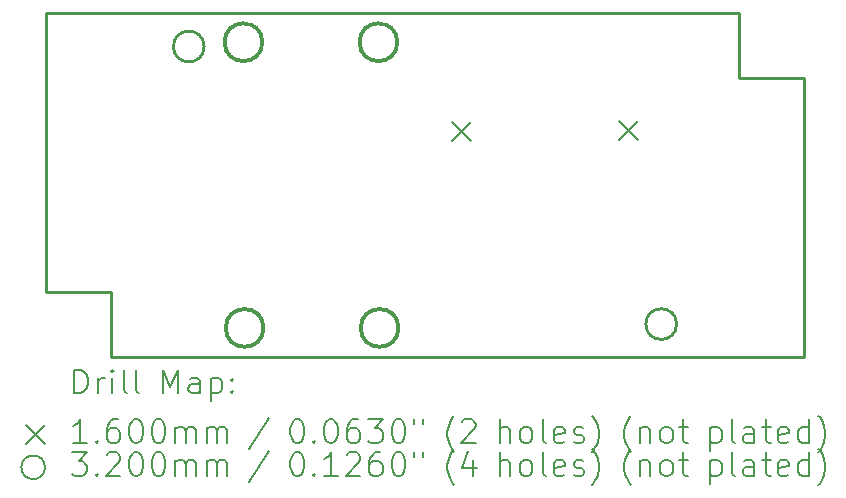
<source format=gbr>
%TF.GenerationSoftware,KiCad,Pcbnew,(7.0.0-0)*%
%TF.CreationDate,2023-02-22T15:19:24+03:00*%
%TF.ProjectId,RP2040_minimal,52503230-3430-45f6-9d69-6e696d616c2e,REV1*%
%TF.SameCoordinates,Original*%
%TF.FileFunction,Drillmap*%
%TF.FilePolarity,Positive*%
%FSLAX45Y45*%
G04 Gerber Fmt 4.5, Leading zero omitted, Abs format (unit mm)*
G04 Created by KiCad (PCBNEW (7.0.0-0)) date 2023-02-22 15:19:24*
%MOMM*%
%LPD*%
G01*
G04 APERTURE LIST*
%ADD10C,0.250000*%
%ADD11C,0.200000*%
%ADD12C,0.160000*%
%ADD13C,0.320000*%
G04 APERTURE END LIST*
D10*
X12759600Y-6799200D02*
X12759600Y-7349200D01*
X18619600Y-4989200D02*
X18619600Y-7349200D01*
X12209600Y-6799200D02*
X12759600Y-6799200D01*
X12209600Y-4439200D02*
X18069600Y-4439200D01*
X12209600Y-6799200D02*
X12209600Y-4439200D01*
X18619600Y-4989200D02*
X18069600Y-4989200D01*
X18619600Y-7349200D02*
X12759600Y-7349200D01*
X18069600Y-4989200D02*
X18069600Y-4439200D01*
X17544600Y-7069200D02*
G75*
G03*
X17544600Y-7069200I-130000J0D01*
G01*
X13544600Y-4719200D02*
G75*
G03*
X13544600Y-4719200I-130000J0D01*
G01*
D11*
D12*
X15645140Y-5356540D02*
X15805140Y-5516540D01*
X15805140Y-5356540D02*
X15645140Y-5516540D01*
X17059800Y-5354000D02*
X17219800Y-5514000D01*
X17219800Y-5354000D02*
X17059800Y-5514000D01*
D13*
X14037570Y-4682930D02*
G75*
G03*
X14037570Y-4682930I-160000J0D01*
G01*
X14047210Y-7101690D02*
G75*
G03*
X14047210Y-7101690I-160000J0D01*
G01*
X15180570Y-4682930D02*
G75*
G03*
X15180570Y-4682930I-160000J0D01*
G01*
X15190210Y-7101690D02*
G75*
G03*
X15190210Y-7101690I-160000J0D01*
G01*
D11*
X12444719Y-7655176D02*
X12444719Y-7455176D01*
X12444719Y-7455176D02*
X12492338Y-7455176D01*
X12492338Y-7455176D02*
X12520909Y-7464700D01*
X12520909Y-7464700D02*
X12539957Y-7483748D01*
X12539957Y-7483748D02*
X12549481Y-7502795D01*
X12549481Y-7502795D02*
X12559005Y-7540890D01*
X12559005Y-7540890D02*
X12559005Y-7569462D01*
X12559005Y-7569462D02*
X12549481Y-7607557D01*
X12549481Y-7607557D02*
X12539957Y-7626605D01*
X12539957Y-7626605D02*
X12520909Y-7645652D01*
X12520909Y-7645652D02*
X12492338Y-7655176D01*
X12492338Y-7655176D02*
X12444719Y-7655176D01*
X12644719Y-7655176D02*
X12644719Y-7521843D01*
X12644719Y-7559938D02*
X12654243Y-7540890D01*
X12654243Y-7540890D02*
X12663767Y-7531367D01*
X12663767Y-7531367D02*
X12682814Y-7521843D01*
X12682814Y-7521843D02*
X12701862Y-7521843D01*
X12768528Y-7655176D02*
X12768528Y-7521843D01*
X12768528Y-7455176D02*
X12759005Y-7464700D01*
X12759005Y-7464700D02*
X12768528Y-7474224D01*
X12768528Y-7474224D02*
X12778052Y-7464700D01*
X12778052Y-7464700D02*
X12768528Y-7455176D01*
X12768528Y-7455176D02*
X12768528Y-7474224D01*
X12892338Y-7655176D02*
X12873290Y-7645652D01*
X12873290Y-7645652D02*
X12863767Y-7626605D01*
X12863767Y-7626605D02*
X12863767Y-7455176D01*
X12997100Y-7655176D02*
X12978052Y-7645652D01*
X12978052Y-7645652D02*
X12968528Y-7626605D01*
X12968528Y-7626605D02*
X12968528Y-7455176D01*
X13193290Y-7655176D02*
X13193290Y-7455176D01*
X13193290Y-7455176D02*
X13259957Y-7598033D01*
X13259957Y-7598033D02*
X13326624Y-7455176D01*
X13326624Y-7455176D02*
X13326624Y-7655176D01*
X13507576Y-7655176D02*
X13507576Y-7550414D01*
X13507576Y-7550414D02*
X13498052Y-7531367D01*
X13498052Y-7531367D02*
X13479005Y-7521843D01*
X13479005Y-7521843D02*
X13440909Y-7521843D01*
X13440909Y-7521843D02*
X13421862Y-7531367D01*
X13507576Y-7645652D02*
X13488528Y-7655176D01*
X13488528Y-7655176D02*
X13440909Y-7655176D01*
X13440909Y-7655176D02*
X13421862Y-7645652D01*
X13421862Y-7645652D02*
X13412338Y-7626605D01*
X13412338Y-7626605D02*
X13412338Y-7607557D01*
X13412338Y-7607557D02*
X13421862Y-7588509D01*
X13421862Y-7588509D02*
X13440909Y-7578986D01*
X13440909Y-7578986D02*
X13488528Y-7578986D01*
X13488528Y-7578986D02*
X13507576Y-7569462D01*
X13602814Y-7521843D02*
X13602814Y-7721843D01*
X13602814Y-7531367D02*
X13621862Y-7521843D01*
X13621862Y-7521843D02*
X13659957Y-7521843D01*
X13659957Y-7521843D02*
X13679005Y-7531367D01*
X13679005Y-7531367D02*
X13688528Y-7540890D01*
X13688528Y-7540890D02*
X13698052Y-7559938D01*
X13698052Y-7559938D02*
X13698052Y-7617081D01*
X13698052Y-7617081D02*
X13688528Y-7636128D01*
X13688528Y-7636128D02*
X13679005Y-7645652D01*
X13679005Y-7645652D02*
X13659957Y-7655176D01*
X13659957Y-7655176D02*
X13621862Y-7655176D01*
X13621862Y-7655176D02*
X13602814Y-7645652D01*
X13783767Y-7636128D02*
X13793290Y-7645652D01*
X13793290Y-7645652D02*
X13783767Y-7655176D01*
X13783767Y-7655176D02*
X13774243Y-7645652D01*
X13774243Y-7645652D02*
X13783767Y-7636128D01*
X13783767Y-7636128D02*
X13783767Y-7655176D01*
X13783767Y-7531367D02*
X13793290Y-7540890D01*
X13793290Y-7540890D02*
X13783767Y-7550414D01*
X13783767Y-7550414D02*
X13774243Y-7540890D01*
X13774243Y-7540890D02*
X13783767Y-7531367D01*
X13783767Y-7531367D02*
X13783767Y-7550414D01*
D12*
X12037100Y-7921700D02*
X12197100Y-8081700D01*
X12197100Y-7921700D02*
X12037100Y-8081700D01*
D11*
X12549481Y-8075176D02*
X12435195Y-8075176D01*
X12492338Y-8075176D02*
X12492338Y-7875176D01*
X12492338Y-7875176D02*
X12473290Y-7903748D01*
X12473290Y-7903748D02*
X12454243Y-7922795D01*
X12454243Y-7922795D02*
X12435195Y-7932319D01*
X12635195Y-8056128D02*
X12644719Y-8065652D01*
X12644719Y-8065652D02*
X12635195Y-8075176D01*
X12635195Y-8075176D02*
X12625671Y-8065652D01*
X12625671Y-8065652D02*
X12635195Y-8056128D01*
X12635195Y-8056128D02*
X12635195Y-8075176D01*
X12816148Y-7875176D02*
X12778052Y-7875176D01*
X12778052Y-7875176D02*
X12759005Y-7884700D01*
X12759005Y-7884700D02*
X12749481Y-7894224D01*
X12749481Y-7894224D02*
X12730433Y-7922795D01*
X12730433Y-7922795D02*
X12720909Y-7960890D01*
X12720909Y-7960890D02*
X12720909Y-8037081D01*
X12720909Y-8037081D02*
X12730433Y-8056128D01*
X12730433Y-8056128D02*
X12739957Y-8065652D01*
X12739957Y-8065652D02*
X12759005Y-8075176D01*
X12759005Y-8075176D02*
X12797100Y-8075176D01*
X12797100Y-8075176D02*
X12816148Y-8065652D01*
X12816148Y-8065652D02*
X12825671Y-8056128D01*
X12825671Y-8056128D02*
X12835195Y-8037081D01*
X12835195Y-8037081D02*
X12835195Y-7989462D01*
X12835195Y-7989462D02*
X12825671Y-7970414D01*
X12825671Y-7970414D02*
X12816148Y-7960890D01*
X12816148Y-7960890D02*
X12797100Y-7951367D01*
X12797100Y-7951367D02*
X12759005Y-7951367D01*
X12759005Y-7951367D02*
X12739957Y-7960890D01*
X12739957Y-7960890D02*
X12730433Y-7970414D01*
X12730433Y-7970414D02*
X12720909Y-7989462D01*
X12959005Y-7875176D02*
X12978052Y-7875176D01*
X12978052Y-7875176D02*
X12997100Y-7884700D01*
X12997100Y-7884700D02*
X13006624Y-7894224D01*
X13006624Y-7894224D02*
X13016148Y-7913271D01*
X13016148Y-7913271D02*
X13025671Y-7951367D01*
X13025671Y-7951367D02*
X13025671Y-7998986D01*
X13025671Y-7998986D02*
X13016148Y-8037081D01*
X13016148Y-8037081D02*
X13006624Y-8056128D01*
X13006624Y-8056128D02*
X12997100Y-8065652D01*
X12997100Y-8065652D02*
X12978052Y-8075176D01*
X12978052Y-8075176D02*
X12959005Y-8075176D01*
X12959005Y-8075176D02*
X12939957Y-8065652D01*
X12939957Y-8065652D02*
X12930433Y-8056128D01*
X12930433Y-8056128D02*
X12920909Y-8037081D01*
X12920909Y-8037081D02*
X12911386Y-7998986D01*
X12911386Y-7998986D02*
X12911386Y-7951367D01*
X12911386Y-7951367D02*
X12920909Y-7913271D01*
X12920909Y-7913271D02*
X12930433Y-7894224D01*
X12930433Y-7894224D02*
X12939957Y-7884700D01*
X12939957Y-7884700D02*
X12959005Y-7875176D01*
X13149481Y-7875176D02*
X13168529Y-7875176D01*
X13168529Y-7875176D02*
X13187576Y-7884700D01*
X13187576Y-7884700D02*
X13197100Y-7894224D01*
X13197100Y-7894224D02*
X13206624Y-7913271D01*
X13206624Y-7913271D02*
X13216148Y-7951367D01*
X13216148Y-7951367D02*
X13216148Y-7998986D01*
X13216148Y-7998986D02*
X13206624Y-8037081D01*
X13206624Y-8037081D02*
X13197100Y-8056128D01*
X13197100Y-8056128D02*
X13187576Y-8065652D01*
X13187576Y-8065652D02*
X13168529Y-8075176D01*
X13168529Y-8075176D02*
X13149481Y-8075176D01*
X13149481Y-8075176D02*
X13130433Y-8065652D01*
X13130433Y-8065652D02*
X13120909Y-8056128D01*
X13120909Y-8056128D02*
X13111386Y-8037081D01*
X13111386Y-8037081D02*
X13101862Y-7998986D01*
X13101862Y-7998986D02*
X13101862Y-7951367D01*
X13101862Y-7951367D02*
X13111386Y-7913271D01*
X13111386Y-7913271D02*
X13120909Y-7894224D01*
X13120909Y-7894224D02*
X13130433Y-7884700D01*
X13130433Y-7884700D02*
X13149481Y-7875176D01*
X13301862Y-8075176D02*
X13301862Y-7941843D01*
X13301862Y-7960890D02*
X13311386Y-7951367D01*
X13311386Y-7951367D02*
X13330433Y-7941843D01*
X13330433Y-7941843D02*
X13359005Y-7941843D01*
X13359005Y-7941843D02*
X13378052Y-7951367D01*
X13378052Y-7951367D02*
X13387576Y-7970414D01*
X13387576Y-7970414D02*
X13387576Y-8075176D01*
X13387576Y-7970414D02*
X13397100Y-7951367D01*
X13397100Y-7951367D02*
X13416148Y-7941843D01*
X13416148Y-7941843D02*
X13444719Y-7941843D01*
X13444719Y-7941843D02*
X13463767Y-7951367D01*
X13463767Y-7951367D02*
X13473290Y-7970414D01*
X13473290Y-7970414D02*
X13473290Y-8075176D01*
X13568529Y-8075176D02*
X13568529Y-7941843D01*
X13568529Y-7960890D02*
X13578052Y-7951367D01*
X13578052Y-7951367D02*
X13597100Y-7941843D01*
X13597100Y-7941843D02*
X13625671Y-7941843D01*
X13625671Y-7941843D02*
X13644719Y-7951367D01*
X13644719Y-7951367D02*
X13654243Y-7970414D01*
X13654243Y-7970414D02*
X13654243Y-8075176D01*
X13654243Y-7970414D02*
X13663767Y-7951367D01*
X13663767Y-7951367D02*
X13682814Y-7941843D01*
X13682814Y-7941843D02*
X13711386Y-7941843D01*
X13711386Y-7941843D02*
X13730433Y-7951367D01*
X13730433Y-7951367D02*
X13739957Y-7970414D01*
X13739957Y-7970414D02*
X13739957Y-8075176D01*
X14098052Y-7865652D02*
X13926624Y-8122795D01*
X14322814Y-7875176D02*
X14341862Y-7875176D01*
X14341862Y-7875176D02*
X14360910Y-7884700D01*
X14360910Y-7884700D02*
X14370433Y-7894224D01*
X14370433Y-7894224D02*
X14379957Y-7913271D01*
X14379957Y-7913271D02*
X14389481Y-7951367D01*
X14389481Y-7951367D02*
X14389481Y-7998986D01*
X14389481Y-7998986D02*
X14379957Y-8037081D01*
X14379957Y-8037081D02*
X14370433Y-8056128D01*
X14370433Y-8056128D02*
X14360910Y-8065652D01*
X14360910Y-8065652D02*
X14341862Y-8075176D01*
X14341862Y-8075176D02*
X14322814Y-8075176D01*
X14322814Y-8075176D02*
X14303767Y-8065652D01*
X14303767Y-8065652D02*
X14294243Y-8056128D01*
X14294243Y-8056128D02*
X14284719Y-8037081D01*
X14284719Y-8037081D02*
X14275195Y-7998986D01*
X14275195Y-7998986D02*
X14275195Y-7951367D01*
X14275195Y-7951367D02*
X14284719Y-7913271D01*
X14284719Y-7913271D02*
X14294243Y-7894224D01*
X14294243Y-7894224D02*
X14303767Y-7884700D01*
X14303767Y-7884700D02*
X14322814Y-7875176D01*
X14475195Y-8056128D02*
X14484719Y-8065652D01*
X14484719Y-8065652D02*
X14475195Y-8075176D01*
X14475195Y-8075176D02*
X14465671Y-8065652D01*
X14465671Y-8065652D02*
X14475195Y-8056128D01*
X14475195Y-8056128D02*
X14475195Y-8075176D01*
X14608529Y-7875176D02*
X14627576Y-7875176D01*
X14627576Y-7875176D02*
X14646624Y-7884700D01*
X14646624Y-7884700D02*
X14656148Y-7894224D01*
X14656148Y-7894224D02*
X14665671Y-7913271D01*
X14665671Y-7913271D02*
X14675195Y-7951367D01*
X14675195Y-7951367D02*
X14675195Y-7998986D01*
X14675195Y-7998986D02*
X14665671Y-8037081D01*
X14665671Y-8037081D02*
X14656148Y-8056128D01*
X14656148Y-8056128D02*
X14646624Y-8065652D01*
X14646624Y-8065652D02*
X14627576Y-8075176D01*
X14627576Y-8075176D02*
X14608529Y-8075176D01*
X14608529Y-8075176D02*
X14589481Y-8065652D01*
X14589481Y-8065652D02*
X14579957Y-8056128D01*
X14579957Y-8056128D02*
X14570433Y-8037081D01*
X14570433Y-8037081D02*
X14560910Y-7998986D01*
X14560910Y-7998986D02*
X14560910Y-7951367D01*
X14560910Y-7951367D02*
X14570433Y-7913271D01*
X14570433Y-7913271D02*
X14579957Y-7894224D01*
X14579957Y-7894224D02*
X14589481Y-7884700D01*
X14589481Y-7884700D02*
X14608529Y-7875176D01*
X14846624Y-7875176D02*
X14808529Y-7875176D01*
X14808529Y-7875176D02*
X14789481Y-7884700D01*
X14789481Y-7884700D02*
X14779957Y-7894224D01*
X14779957Y-7894224D02*
X14760910Y-7922795D01*
X14760910Y-7922795D02*
X14751386Y-7960890D01*
X14751386Y-7960890D02*
X14751386Y-8037081D01*
X14751386Y-8037081D02*
X14760910Y-8056128D01*
X14760910Y-8056128D02*
X14770433Y-8065652D01*
X14770433Y-8065652D02*
X14789481Y-8075176D01*
X14789481Y-8075176D02*
X14827576Y-8075176D01*
X14827576Y-8075176D02*
X14846624Y-8065652D01*
X14846624Y-8065652D02*
X14856148Y-8056128D01*
X14856148Y-8056128D02*
X14865671Y-8037081D01*
X14865671Y-8037081D02*
X14865671Y-7989462D01*
X14865671Y-7989462D02*
X14856148Y-7970414D01*
X14856148Y-7970414D02*
X14846624Y-7960890D01*
X14846624Y-7960890D02*
X14827576Y-7951367D01*
X14827576Y-7951367D02*
X14789481Y-7951367D01*
X14789481Y-7951367D02*
X14770433Y-7960890D01*
X14770433Y-7960890D02*
X14760910Y-7970414D01*
X14760910Y-7970414D02*
X14751386Y-7989462D01*
X14932338Y-7875176D02*
X15056148Y-7875176D01*
X15056148Y-7875176D02*
X14989481Y-7951367D01*
X14989481Y-7951367D02*
X15018052Y-7951367D01*
X15018052Y-7951367D02*
X15037100Y-7960890D01*
X15037100Y-7960890D02*
X15046624Y-7970414D01*
X15046624Y-7970414D02*
X15056148Y-7989462D01*
X15056148Y-7989462D02*
X15056148Y-8037081D01*
X15056148Y-8037081D02*
X15046624Y-8056128D01*
X15046624Y-8056128D02*
X15037100Y-8065652D01*
X15037100Y-8065652D02*
X15018052Y-8075176D01*
X15018052Y-8075176D02*
X14960910Y-8075176D01*
X14960910Y-8075176D02*
X14941862Y-8065652D01*
X14941862Y-8065652D02*
X14932338Y-8056128D01*
X15179957Y-7875176D02*
X15199005Y-7875176D01*
X15199005Y-7875176D02*
X15218052Y-7884700D01*
X15218052Y-7884700D02*
X15227576Y-7894224D01*
X15227576Y-7894224D02*
X15237100Y-7913271D01*
X15237100Y-7913271D02*
X15246624Y-7951367D01*
X15246624Y-7951367D02*
X15246624Y-7998986D01*
X15246624Y-7998986D02*
X15237100Y-8037081D01*
X15237100Y-8037081D02*
X15227576Y-8056128D01*
X15227576Y-8056128D02*
X15218052Y-8065652D01*
X15218052Y-8065652D02*
X15199005Y-8075176D01*
X15199005Y-8075176D02*
X15179957Y-8075176D01*
X15179957Y-8075176D02*
X15160910Y-8065652D01*
X15160910Y-8065652D02*
X15151386Y-8056128D01*
X15151386Y-8056128D02*
X15141862Y-8037081D01*
X15141862Y-8037081D02*
X15132338Y-7998986D01*
X15132338Y-7998986D02*
X15132338Y-7951367D01*
X15132338Y-7951367D02*
X15141862Y-7913271D01*
X15141862Y-7913271D02*
X15151386Y-7894224D01*
X15151386Y-7894224D02*
X15160910Y-7884700D01*
X15160910Y-7884700D02*
X15179957Y-7875176D01*
X15322814Y-7875176D02*
X15322814Y-7913271D01*
X15399005Y-7875176D02*
X15399005Y-7913271D01*
X15661862Y-8151367D02*
X15652338Y-8141843D01*
X15652338Y-8141843D02*
X15633291Y-8113271D01*
X15633291Y-8113271D02*
X15623767Y-8094224D01*
X15623767Y-8094224D02*
X15614243Y-8065652D01*
X15614243Y-8065652D02*
X15604719Y-8018033D01*
X15604719Y-8018033D02*
X15604719Y-7979938D01*
X15604719Y-7979938D02*
X15614243Y-7932319D01*
X15614243Y-7932319D02*
X15623767Y-7903748D01*
X15623767Y-7903748D02*
X15633291Y-7884700D01*
X15633291Y-7884700D02*
X15652338Y-7856128D01*
X15652338Y-7856128D02*
X15661862Y-7846605D01*
X15728529Y-7894224D02*
X15738052Y-7884700D01*
X15738052Y-7884700D02*
X15757100Y-7875176D01*
X15757100Y-7875176D02*
X15804719Y-7875176D01*
X15804719Y-7875176D02*
X15823767Y-7884700D01*
X15823767Y-7884700D02*
X15833291Y-7894224D01*
X15833291Y-7894224D02*
X15842814Y-7913271D01*
X15842814Y-7913271D02*
X15842814Y-7932319D01*
X15842814Y-7932319D02*
X15833291Y-7960890D01*
X15833291Y-7960890D02*
X15719005Y-8075176D01*
X15719005Y-8075176D02*
X15842814Y-8075176D01*
X16048529Y-8075176D02*
X16048529Y-7875176D01*
X16134243Y-8075176D02*
X16134243Y-7970414D01*
X16134243Y-7970414D02*
X16124719Y-7951367D01*
X16124719Y-7951367D02*
X16105672Y-7941843D01*
X16105672Y-7941843D02*
X16077100Y-7941843D01*
X16077100Y-7941843D02*
X16058052Y-7951367D01*
X16058052Y-7951367D02*
X16048529Y-7960890D01*
X16258052Y-8075176D02*
X16239005Y-8065652D01*
X16239005Y-8065652D02*
X16229481Y-8056128D01*
X16229481Y-8056128D02*
X16219957Y-8037081D01*
X16219957Y-8037081D02*
X16219957Y-7979938D01*
X16219957Y-7979938D02*
X16229481Y-7960890D01*
X16229481Y-7960890D02*
X16239005Y-7951367D01*
X16239005Y-7951367D02*
X16258052Y-7941843D01*
X16258052Y-7941843D02*
X16286624Y-7941843D01*
X16286624Y-7941843D02*
X16305672Y-7951367D01*
X16305672Y-7951367D02*
X16315195Y-7960890D01*
X16315195Y-7960890D02*
X16324719Y-7979938D01*
X16324719Y-7979938D02*
X16324719Y-8037081D01*
X16324719Y-8037081D02*
X16315195Y-8056128D01*
X16315195Y-8056128D02*
X16305672Y-8065652D01*
X16305672Y-8065652D02*
X16286624Y-8075176D01*
X16286624Y-8075176D02*
X16258052Y-8075176D01*
X16439005Y-8075176D02*
X16419957Y-8065652D01*
X16419957Y-8065652D02*
X16410433Y-8046605D01*
X16410433Y-8046605D02*
X16410433Y-7875176D01*
X16591386Y-8065652D02*
X16572338Y-8075176D01*
X16572338Y-8075176D02*
X16534243Y-8075176D01*
X16534243Y-8075176D02*
X16515195Y-8065652D01*
X16515195Y-8065652D02*
X16505672Y-8046605D01*
X16505672Y-8046605D02*
X16505672Y-7970414D01*
X16505672Y-7970414D02*
X16515195Y-7951367D01*
X16515195Y-7951367D02*
X16534243Y-7941843D01*
X16534243Y-7941843D02*
X16572338Y-7941843D01*
X16572338Y-7941843D02*
X16591386Y-7951367D01*
X16591386Y-7951367D02*
X16600910Y-7970414D01*
X16600910Y-7970414D02*
X16600910Y-7989462D01*
X16600910Y-7989462D02*
X16505672Y-8008509D01*
X16677100Y-8065652D02*
X16696148Y-8075176D01*
X16696148Y-8075176D02*
X16734243Y-8075176D01*
X16734243Y-8075176D02*
X16753291Y-8065652D01*
X16753291Y-8065652D02*
X16762814Y-8046605D01*
X16762814Y-8046605D02*
X16762814Y-8037081D01*
X16762814Y-8037081D02*
X16753291Y-8018033D01*
X16753291Y-8018033D02*
X16734243Y-8008509D01*
X16734243Y-8008509D02*
X16705672Y-8008509D01*
X16705672Y-8008509D02*
X16686624Y-7998986D01*
X16686624Y-7998986D02*
X16677100Y-7979938D01*
X16677100Y-7979938D02*
X16677100Y-7970414D01*
X16677100Y-7970414D02*
X16686624Y-7951367D01*
X16686624Y-7951367D02*
X16705672Y-7941843D01*
X16705672Y-7941843D02*
X16734243Y-7941843D01*
X16734243Y-7941843D02*
X16753291Y-7951367D01*
X16829481Y-8151367D02*
X16839005Y-8141843D01*
X16839005Y-8141843D02*
X16858053Y-8113271D01*
X16858053Y-8113271D02*
X16867576Y-8094224D01*
X16867576Y-8094224D02*
X16877100Y-8065652D01*
X16877100Y-8065652D02*
X16886624Y-8018033D01*
X16886624Y-8018033D02*
X16886624Y-7979938D01*
X16886624Y-7979938D02*
X16877100Y-7932319D01*
X16877100Y-7932319D02*
X16867576Y-7903748D01*
X16867576Y-7903748D02*
X16858053Y-7884700D01*
X16858053Y-7884700D02*
X16839005Y-7856128D01*
X16839005Y-7856128D02*
X16829481Y-7846605D01*
X17159005Y-8151367D02*
X17149481Y-8141843D01*
X17149481Y-8141843D02*
X17130434Y-8113271D01*
X17130434Y-8113271D02*
X17120910Y-8094224D01*
X17120910Y-8094224D02*
X17111386Y-8065652D01*
X17111386Y-8065652D02*
X17101862Y-8018033D01*
X17101862Y-8018033D02*
X17101862Y-7979938D01*
X17101862Y-7979938D02*
X17111386Y-7932319D01*
X17111386Y-7932319D02*
X17120910Y-7903748D01*
X17120910Y-7903748D02*
X17130434Y-7884700D01*
X17130434Y-7884700D02*
X17149481Y-7856128D01*
X17149481Y-7856128D02*
X17159005Y-7846605D01*
X17235195Y-7941843D02*
X17235195Y-8075176D01*
X17235195Y-7960890D02*
X17244719Y-7951367D01*
X17244719Y-7951367D02*
X17263767Y-7941843D01*
X17263767Y-7941843D02*
X17292338Y-7941843D01*
X17292338Y-7941843D02*
X17311386Y-7951367D01*
X17311386Y-7951367D02*
X17320910Y-7970414D01*
X17320910Y-7970414D02*
X17320910Y-8075176D01*
X17444719Y-8075176D02*
X17425672Y-8065652D01*
X17425672Y-8065652D02*
X17416148Y-8056128D01*
X17416148Y-8056128D02*
X17406624Y-8037081D01*
X17406624Y-8037081D02*
X17406624Y-7979938D01*
X17406624Y-7979938D02*
X17416148Y-7960890D01*
X17416148Y-7960890D02*
X17425672Y-7951367D01*
X17425672Y-7951367D02*
X17444719Y-7941843D01*
X17444719Y-7941843D02*
X17473291Y-7941843D01*
X17473291Y-7941843D02*
X17492338Y-7951367D01*
X17492338Y-7951367D02*
X17501862Y-7960890D01*
X17501862Y-7960890D02*
X17511386Y-7979938D01*
X17511386Y-7979938D02*
X17511386Y-8037081D01*
X17511386Y-8037081D02*
X17501862Y-8056128D01*
X17501862Y-8056128D02*
X17492338Y-8065652D01*
X17492338Y-8065652D02*
X17473291Y-8075176D01*
X17473291Y-8075176D02*
X17444719Y-8075176D01*
X17568529Y-7941843D02*
X17644719Y-7941843D01*
X17597100Y-7875176D02*
X17597100Y-8046605D01*
X17597100Y-8046605D02*
X17606624Y-8065652D01*
X17606624Y-8065652D02*
X17625672Y-8075176D01*
X17625672Y-8075176D02*
X17644719Y-8075176D01*
X17831386Y-7941843D02*
X17831386Y-8141843D01*
X17831386Y-7951367D02*
X17850434Y-7941843D01*
X17850434Y-7941843D02*
X17888529Y-7941843D01*
X17888529Y-7941843D02*
X17907576Y-7951367D01*
X17907576Y-7951367D02*
X17917100Y-7960890D01*
X17917100Y-7960890D02*
X17926624Y-7979938D01*
X17926624Y-7979938D02*
X17926624Y-8037081D01*
X17926624Y-8037081D02*
X17917100Y-8056128D01*
X17917100Y-8056128D02*
X17907576Y-8065652D01*
X17907576Y-8065652D02*
X17888529Y-8075176D01*
X17888529Y-8075176D02*
X17850434Y-8075176D01*
X17850434Y-8075176D02*
X17831386Y-8065652D01*
X18040910Y-8075176D02*
X18021862Y-8065652D01*
X18021862Y-8065652D02*
X18012338Y-8046605D01*
X18012338Y-8046605D02*
X18012338Y-7875176D01*
X18202815Y-8075176D02*
X18202815Y-7970414D01*
X18202815Y-7970414D02*
X18193291Y-7951367D01*
X18193291Y-7951367D02*
X18174243Y-7941843D01*
X18174243Y-7941843D02*
X18136148Y-7941843D01*
X18136148Y-7941843D02*
X18117100Y-7951367D01*
X18202815Y-8065652D02*
X18183767Y-8075176D01*
X18183767Y-8075176D02*
X18136148Y-8075176D01*
X18136148Y-8075176D02*
X18117100Y-8065652D01*
X18117100Y-8065652D02*
X18107576Y-8046605D01*
X18107576Y-8046605D02*
X18107576Y-8027557D01*
X18107576Y-8027557D02*
X18117100Y-8008509D01*
X18117100Y-8008509D02*
X18136148Y-7998986D01*
X18136148Y-7998986D02*
X18183767Y-7998986D01*
X18183767Y-7998986D02*
X18202815Y-7989462D01*
X18269481Y-7941843D02*
X18345672Y-7941843D01*
X18298053Y-7875176D02*
X18298053Y-8046605D01*
X18298053Y-8046605D02*
X18307576Y-8065652D01*
X18307576Y-8065652D02*
X18326624Y-8075176D01*
X18326624Y-8075176D02*
X18345672Y-8075176D01*
X18488529Y-8065652D02*
X18469481Y-8075176D01*
X18469481Y-8075176D02*
X18431386Y-8075176D01*
X18431386Y-8075176D02*
X18412338Y-8065652D01*
X18412338Y-8065652D02*
X18402815Y-8046605D01*
X18402815Y-8046605D02*
X18402815Y-7970414D01*
X18402815Y-7970414D02*
X18412338Y-7951367D01*
X18412338Y-7951367D02*
X18431386Y-7941843D01*
X18431386Y-7941843D02*
X18469481Y-7941843D01*
X18469481Y-7941843D02*
X18488529Y-7951367D01*
X18488529Y-7951367D02*
X18498053Y-7970414D01*
X18498053Y-7970414D02*
X18498053Y-7989462D01*
X18498053Y-7989462D02*
X18402815Y-8008509D01*
X18669481Y-8075176D02*
X18669481Y-7875176D01*
X18669481Y-8065652D02*
X18650434Y-8075176D01*
X18650434Y-8075176D02*
X18612338Y-8075176D01*
X18612338Y-8075176D02*
X18593291Y-8065652D01*
X18593291Y-8065652D02*
X18583767Y-8056128D01*
X18583767Y-8056128D02*
X18574243Y-8037081D01*
X18574243Y-8037081D02*
X18574243Y-7979938D01*
X18574243Y-7979938D02*
X18583767Y-7960890D01*
X18583767Y-7960890D02*
X18593291Y-7951367D01*
X18593291Y-7951367D02*
X18612338Y-7941843D01*
X18612338Y-7941843D02*
X18650434Y-7941843D01*
X18650434Y-7941843D02*
X18669481Y-7951367D01*
X18745672Y-8151367D02*
X18755196Y-8141843D01*
X18755196Y-8141843D02*
X18774243Y-8113271D01*
X18774243Y-8113271D02*
X18783767Y-8094224D01*
X18783767Y-8094224D02*
X18793291Y-8065652D01*
X18793291Y-8065652D02*
X18802815Y-8018033D01*
X18802815Y-8018033D02*
X18802815Y-7979938D01*
X18802815Y-7979938D02*
X18793291Y-7932319D01*
X18793291Y-7932319D02*
X18783767Y-7903748D01*
X18783767Y-7903748D02*
X18774243Y-7884700D01*
X18774243Y-7884700D02*
X18755196Y-7856128D01*
X18755196Y-7856128D02*
X18745672Y-7846605D01*
X12197100Y-8281700D02*
G75*
G03*
X12197100Y-8281700I-100000J0D01*
G01*
X12425671Y-8155176D02*
X12549481Y-8155176D01*
X12549481Y-8155176D02*
X12482814Y-8231367D01*
X12482814Y-8231367D02*
X12511386Y-8231367D01*
X12511386Y-8231367D02*
X12530433Y-8240890D01*
X12530433Y-8240890D02*
X12539957Y-8250414D01*
X12539957Y-8250414D02*
X12549481Y-8269462D01*
X12549481Y-8269462D02*
X12549481Y-8317081D01*
X12549481Y-8317081D02*
X12539957Y-8336128D01*
X12539957Y-8336128D02*
X12530433Y-8345652D01*
X12530433Y-8345652D02*
X12511386Y-8355176D01*
X12511386Y-8355176D02*
X12454243Y-8355176D01*
X12454243Y-8355176D02*
X12435195Y-8345652D01*
X12435195Y-8345652D02*
X12425671Y-8336128D01*
X12635195Y-8336128D02*
X12644719Y-8345652D01*
X12644719Y-8345652D02*
X12635195Y-8355176D01*
X12635195Y-8355176D02*
X12625671Y-8345652D01*
X12625671Y-8345652D02*
X12635195Y-8336128D01*
X12635195Y-8336128D02*
X12635195Y-8355176D01*
X12720909Y-8174224D02*
X12730433Y-8164700D01*
X12730433Y-8164700D02*
X12749481Y-8155176D01*
X12749481Y-8155176D02*
X12797100Y-8155176D01*
X12797100Y-8155176D02*
X12816148Y-8164700D01*
X12816148Y-8164700D02*
X12825671Y-8174224D01*
X12825671Y-8174224D02*
X12835195Y-8193271D01*
X12835195Y-8193271D02*
X12835195Y-8212319D01*
X12835195Y-8212319D02*
X12825671Y-8240890D01*
X12825671Y-8240890D02*
X12711386Y-8355176D01*
X12711386Y-8355176D02*
X12835195Y-8355176D01*
X12959005Y-8155176D02*
X12978052Y-8155176D01*
X12978052Y-8155176D02*
X12997100Y-8164700D01*
X12997100Y-8164700D02*
X13006624Y-8174224D01*
X13006624Y-8174224D02*
X13016148Y-8193271D01*
X13016148Y-8193271D02*
X13025671Y-8231367D01*
X13025671Y-8231367D02*
X13025671Y-8278986D01*
X13025671Y-8278986D02*
X13016148Y-8317081D01*
X13016148Y-8317081D02*
X13006624Y-8336128D01*
X13006624Y-8336128D02*
X12997100Y-8345652D01*
X12997100Y-8345652D02*
X12978052Y-8355176D01*
X12978052Y-8355176D02*
X12959005Y-8355176D01*
X12959005Y-8355176D02*
X12939957Y-8345652D01*
X12939957Y-8345652D02*
X12930433Y-8336128D01*
X12930433Y-8336128D02*
X12920909Y-8317081D01*
X12920909Y-8317081D02*
X12911386Y-8278986D01*
X12911386Y-8278986D02*
X12911386Y-8231367D01*
X12911386Y-8231367D02*
X12920909Y-8193271D01*
X12920909Y-8193271D02*
X12930433Y-8174224D01*
X12930433Y-8174224D02*
X12939957Y-8164700D01*
X12939957Y-8164700D02*
X12959005Y-8155176D01*
X13149481Y-8155176D02*
X13168529Y-8155176D01*
X13168529Y-8155176D02*
X13187576Y-8164700D01*
X13187576Y-8164700D02*
X13197100Y-8174224D01*
X13197100Y-8174224D02*
X13206624Y-8193271D01*
X13206624Y-8193271D02*
X13216148Y-8231367D01*
X13216148Y-8231367D02*
X13216148Y-8278986D01*
X13216148Y-8278986D02*
X13206624Y-8317081D01*
X13206624Y-8317081D02*
X13197100Y-8336128D01*
X13197100Y-8336128D02*
X13187576Y-8345652D01*
X13187576Y-8345652D02*
X13168529Y-8355176D01*
X13168529Y-8355176D02*
X13149481Y-8355176D01*
X13149481Y-8355176D02*
X13130433Y-8345652D01*
X13130433Y-8345652D02*
X13120909Y-8336128D01*
X13120909Y-8336128D02*
X13111386Y-8317081D01*
X13111386Y-8317081D02*
X13101862Y-8278986D01*
X13101862Y-8278986D02*
X13101862Y-8231367D01*
X13101862Y-8231367D02*
X13111386Y-8193271D01*
X13111386Y-8193271D02*
X13120909Y-8174224D01*
X13120909Y-8174224D02*
X13130433Y-8164700D01*
X13130433Y-8164700D02*
X13149481Y-8155176D01*
X13301862Y-8355176D02*
X13301862Y-8221843D01*
X13301862Y-8240890D02*
X13311386Y-8231367D01*
X13311386Y-8231367D02*
X13330433Y-8221843D01*
X13330433Y-8221843D02*
X13359005Y-8221843D01*
X13359005Y-8221843D02*
X13378052Y-8231367D01*
X13378052Y-8231367D02*
X13387576Y-8250414D01*
X13387576Y-8250414D02*
X13387576Y-8355176D01*
X13387576Y-8250414D02*
X13397100Y-8231367D01*
X13397100Y-8231367D02*
X13416148Y-8221843D01*
X13416148Y-8221843D02*
X13444719Y-8221843D01*
X13444719Y-8221843D02*
X13463767Y-8231367D01*
X13463767Y-8231367D02*
X13473290Y-8250414D01*
X13473290Y-8250414D02*
X13473290Y-8355176D01*
X13568529Y-8355176D02*
X13568529Y-8221843D01*
X13568529Y-8240890D02*
X13578052Y-8231367D01*
X13578052Y-8231367D02*
X13597100Y-8221843D01*
X13597100Y-8221843D02*
X13625671Y-8221843D01*
X13625671Y-8221843D02*
X13644719Y-8231367D01*
X13644719Y-8231367D02*
X13654243Y-8250414D01*
X13654243Y-8250414D02*
X13654243Y-8355176D01*
X13654243Y-8250414D02*
X13663767Y-8231367D01*
X13663767Y-8231367D02*
X13682814Y-8221843D01*
X13682814Y-8221843D02*
X13711386Y-8221843D01*
X13711386Y-8221843D02*
X13730433Y-8231367D01*
X13730433Y-8231367D02*
X13739957Y-8250414D01*
X13739957Y-8250414D02*
X13739957Y-8355176D01*
X14098052Y-8145652D02*
X13926624Y-8402795D01*
X14322814Y-8155176D02*
X14341862Y-8155176D01*
X14341862Y-8155176D02*
X14360910Y-8164700D01*
X14360910Y-8164700D02*
X14370433Y-8174224D01*
X14370433Y-8174224D02*
X14379957Y-8193271D01*
X14379957Y-8193271D02*
X14389481Y-8231367D01*
X14389481Y-8231367D02*
X14389481Y-8278986D01*
X14389481Y-8278986D02*
X14379957Y-8317081D01*
X14379957Y-8317081D02*
X14370433Y-8336128D01*
X14370433Y-8336128D02*
X14360910Y-8345652D01*
X14360910Y-8345652D02*
X14341862Y-8355176D01*
X14341862Y-8355176D02*
X14322814Y-8355176D01*
X14322814Y-8355176D02*
X14303767Y-8345652D01*
X14303767Y-8345652D02*
X14294243Y-8336128D01*
X14294243Y-8336128D02*
X14284719Y-8317081D01*
X14284719Y-8317081D02*
X14275195Y-8278986D01*
X14275195Y-8278986D02*
X14275195Y-8231367D01*
X14275195Y-8231367D02*
X14284719Y-8193271D01*
X14284719Y-8193271D02*
X14294243Y-8174224D01*
X14294243Y-8174224D02*
X14303767Y-8164700D01*
X14303767Y-8164700D02*
X14322814Y-8155176D01*
X14475195Y-8336128D02*
X14484719Y-8345652D01*
X14484719Y-8345652D02*
X14475195Y-8355176D01*
X14475195Y-8355176D02*
X14465671Y-8345652D01*
X14465671Y-8345652D02*
X14475195Y-8336128D01*
X14475195Y-8336128D02*
X14475195Y-8355176D01*
X14675195Y-8355176D02*
X14560910Y-8355176D01*
X14618052Y-8355176D02*
X14618052Y-8155176D01*
X14618052Y-8155176D02*
X14599005Y-8183748D01*
X14599005Y-8183748D02*
X14579957Y-8202795D01*
X14579957Y-8202795D02*
X14560910Y-8212319D01*
X14751386Y-8174224D02*
X14760910Y-8164700D01*
X14760910Y-8164700D02*
X14779957Y-8155176D01*
X14779957Y-8155176D02*
X14827576Y-8155176D01*
X14827576Y-8155176D02*
X14846624Y-8164700D01*
X14846624Y-8164700D02*
X14856148Y-8174224D01*
X14856148Y-8174224D02*
X14865671Y-8193271D01*
X14865671Y-8193271D02*
X14865671Y-8212319D01*
X14865671Y-8212319D02*
X14856148Y-8240890D01*
X14856148Y-8240890D02*
X14741862Y-8355176D01*
X14741862Y-8355176D02*
X14865671Y-8355176D01*
X15037100Y-8155176D02*
X14999005Y-8155176D01*
X14999005Y-8155176D02*
X14979957Y-8164700D01*
X14979957Y-8164700D02*
X14970433Y-8174224D01*
X14970433Y-8174224D02*
X14951386Y-8202795D01*
X14951386Y-8202795D02*
X14941862Y-8240890D01*
X14941862Y-8240890D02*
X14941862Y-8317081D01*
X14941862Y-8317081D02*
X14951386Y-8336128D01*
X14951386Y-8336128D02*
X14960910Y-8345652D01*
X14960910Y-8345652D02*
X14979957Y-8355176D01*
X14979957Y-8355176D02*
X15018052Y-8355176D01*
X15018052Y-8355176D02*
X15037100Y-8345652D01*
X15037100Y-8345652D02*
X15046624Y-8336128D01*
X15046624Y-8336128D02*
X15056148Y-8317081D01*
X15056148Y-8317081D02*
X15056148Y-8269462D01*
X15056148Y-8269462D02*
X15046624Y-8250414D01*
X15046624Y-8250414D02*
X15037100Y-8240890D01*
X15037100Y-8240890D02*
X15018052Y-8231367D01*
X15018052Y-8231367D02*
X14979957Y-8231367D01*
X14979957Y-8231367D02*
X14960910Y-8240890D01*
X14960910Y-8240890D02*
X14951386Y-8250414D01*
X14951386Y-8250414D02*
X14941862Y-8269462D01*
X15179957Y-8155176D02*
X15199005Y-8155176D01*
X15199005Y-8155176D02*
X15218052Y-8164700D01*
X15218052Y-8164700D02*
X15227576Y-8174224D01*
X15227576Y-8174224D02*
X15237100Y-8193271D01*
X15237100Y-8193271D02*
X15246624Y-8231367D01*
X15246624Y-8231367D02*
X15246624Y-8278986D01*
X15246624Y-8278986D02*
X15237100Y-8317081D01*
X15237100Y-8317081D02*
X15227576Y-8336128D01*
X15227576Y-8336128D02*
X15218052Y-8345652D01*
X15218052Y-8345652D02*
X15199005Y-8355176D01*
X15199005Y-8355176D02*
X15179957Y-8355176D01*
X15179957Y-8355176D02*
X15160910Y-8345652D01*
X15160910Y-8345652D02*
X15151386Y-8336128D01*
X15151386Y-8336128D02*
X15141862Y-8317081D01*
X15141862Y-8317081D02*
X15132338Y-8278986D01*
X15132338Y-8278986D02*
X15132338Y-8231367D01*
X15132338Y-8231367D02*
X15141862Y-8193271D01*
X15141862Y-8193271D02*
X15151386Y-8174224D01*
X15151386Y-8174224D02*
X15160910Y-8164700D01*
X15160910Y-8164700D02*
X15179957Y-8155176D01*
X15322814Y-8155176D02*
X15322814Y-8193271D01*
X15399005Y-8155176D02*
X15399005Y-8193271D01*
X15661862Y-8431367D02*
X15652338Y-8421843D01*
X15652338Y-8421843D02*
X15633291Y-8393271D01*
X15633291Y-8393271D02*
X15623767Y-8374224D01*
X15623767Y-8374224D02*
X15614243Y-8345652D01*
X15614243Y-8345652D02*
X15604719Y-8298033D01*
X15604719Y-8298033D02*
X15604719Y-8259938D01*
X15604719Y-8259938D02*
X15614243Y-8212319D01*
X15614243Y-8212319D02*
X15623767Y-8183748D01*
X15623767Y-8183748D02*
X15633291Y-8164700D01*
X15633291Y-8164700D02*
X15652338Y-8136128D01*
X15652338Y-8136128D02*
X15661862Y-8126605D01*
X15823767Y-8221843D02*
X15823767Y-8355176D01*
X15776148Y-8145652D02*
X15728529Y-8288509D01*
X15728529Y-8288509D02*
X15852338Y-8288509D01*
X16048529Y-8355176D02*
X16048529Y-8155176D01*
X16134243Y-8355176D02*
X16134243Y-8250414D01*
X16134243Y-8250414D02*
X16124719Y-8231367D01*
X16124719Y-8231367D02*
X16105672Y-8221843D01*
X16105672Y-8221843D02*
X16077100Y-8221843D01*
X16077100Y-8221843D02*
X16058052Y-8231367D01*
X16058052Y-8231367D02*
X16048529Y-8240890D01*
X16258052Y-8355176D02*
X16239005Y-8345652D01*
X16239005Y-8345652D02*
X16229481Y-8336128D01*
X16229481Y-8336128D02*
X16219957Y-8317081D01*
X16219957Y-8317081D02*
X16219957Y-8259938D01*
X16219957Y-8259938D02*
X16229481Y-8240890D01*
X16229481Y-8240890D02*
X16239005Y-8231367D01*
X16239005Y-8231367D02*
X16258052Y-8221843D01*
X16258052Y-8221843D02*
X16286624Y-8221843D01*
X16286624Y-8221843D02*
X16305672Y-8231367D01*
X16305672Y-8231367D02*
X16315195Y-8240890D01*
X16315195Y-8240890D02*
X16324719Y-8259938D01*
X16324719Y-8259938D02*
X16324719Y-8317081D01*
X16324719Y-8317081D02*
X16315195Y-8336128D01*
X16315195Y-8336128D02*
X16305672Y-8345652D01*
X16305672Y-8345652D02*
X16286624Y-8355176D01*
X16286624Y-8355176D02*
X16258052Y-8355176D01*
X16439005Y-8355176D02*
X16419957Y-8345652D01*
X16419957Y-8345652D02*
X16410433Y-8326605D01*
X16410433Y-8326605D02*
X16410433Y-8155176D01*
X16591386Y-8345652D02*
X16572338Y-8355176D01*
X16572338Y-8355176D02*
X16534243Y-8355176D01*
X16534243Y-8355176D02*
X16515195Y-8345652D01*
X16515195Y-8345652D02*
X16505672Y-8326605D01*
X16505672Y-8326605D02*
X16505672Y-8250414D01*
X16505672Y-8250414D02*
X16515195Y-8231367D01*
X16515195Y-8231367D02*
X16534243Y-8221843D01*
X16534243Y-8221843D02*
X16572338Y-8221843D01*
X16572338Y-8221843D02*
X16591386Y-8231367D01*
X16591386Y-8231367D02*
X16600910Y-8250414D01*
X16600910Y-8250414D02*
X16600910Y-8269462D01*
X16600910Y-8269462D02*
X16505672Y-8288509D01*
X16677100Y-8345652D02*
X16696148Y-8355176D01*
X16696148Y-8355176D02*
X16734243Y-8355176D01*
X16734243Y-8355176D02*
X16753291Y-8345652D01*
X16753291Y-8345652D02*
X16762814Y-8326605D01*
X16762814Y-8326605D02*
X16762814Y-8317081D01*
X16762814Y-8317081D02*
X16753291Y-8298033D01*
X16753291Y-8298033D02*
X16734243Y-8288509D01*
X16734243Y-8288509D02*
X16705672Y-8288509D01*
X16705672Y-8288509D02*
X16686624Y-8278986D01*
X16686624Y-8278986D02*
X16677100Y-8259938D01*
X16677100Y-8259938D02*
X16677100Y-8250414D01*
X16677100Y-8250414D02*
X16686624Y-8231367D01*
X16686624Y-8231367D02*
X16705672Y-8221843D01*
X16705672Y-8221843D02*
X16734243Y-8221843D01*
X16734243Y-8221843D02*
X16753291Y-8231367D01*
X16829481Y-8431367D02*
X16839005Y-8421843D01*
X16839005Y-8421843D02*
X16858053Y-8393271D01*
X16858053Y-8393271D02*
X16867576Y-8374224D01*
X16867576Y-8374224D02*
X16877100Y-8345652D01*
X16877100Y-8345652D02*
X16886624Y-8298033D01*
X16886624Y-8298033D02*
X16886624Y-8259938D01*
X16886624Y-8259938D02*
X16877100Y-8212319D01*
X16877100Y-8212319D02*
X16867576Y-8183748D01*
X16867576Y-8183748D02*
X16858053Y-8164700D01*
X16858053Y-8164700D02*
X16839005Y-8136128D01*
X16839005Y-8136128D02*
X16829481Y-8126605D01*
X17159005Y-8431367D02*
X17149481Y-8421843D01*
X17149481Y-8421843D02*
X17130434Y-8393271D01*
X17130434Y-8393271D02*
X17120910Y-8374224D01*
X17120910Y-8374224D02*
X17111386Y-8345652D01*
X17111386Y-8345652D02*
X17101862Y-8298033D01*
X17101862Y-8298033D02*
X17101862Y-8259938D01*
X17101862Y-8259938D02*
X17111386Y-8212319D01*
X17111386Y-8212319D02*
X17120910Y-8183748D01*
X17120910Y-8183748D02*
X17130434Y-8164700D01*
X17130434Y-8164700D02*
X17149481Y-8136128D01*
X17149481Y-8136128D02*
X17159005Y-8126605D01*
X17235195Y-8221843D02*
X17235195Y-8355176D01*
X17235195Y-8240890D02*
X17244719Y-8231367D01*
X17244719Y-8231367D02*
X17263767Y-8221843D01*
X17263767Y-8221843D02*
X17292338Y-8221843D01*
X17292338Y-8221843D02*
X17311386Y-8231367D01*
X17311386Y-8231367D02*
X17320910Y-8250414D01*
X17320910Y-8250414D02*
X17320910Y-8355176D01*
X17444719Y-8355176D02*
X17425672Y-8345652D01*
X17425672Y-8345652D02*
X17416148Y-8336128D01*
X17416148Y-8336128D02*
X17406624Y-8317081D01*
X17406624Y-8317081D02*
X17406624Y-8259938D01*
X17406624Y-8259938D02*
X17416148Y-8240890D01*
X17416148Y-8240890D02*
X17425672Y-8231367D01*
X17425672Y-8231367D02*
X17444719Y-8221843D01*
X17444719Y-8221843D02*
X17473291Y-8221843D01*
X17473291Y-8221843D02*
X17492338Y-8231367D01*
X17492338Y-8231367D02*
X17501862Y-8240890D01*
X17501862Y-8240890D02*
X17511386Y-8259938D01*
X17511386Y-8259938D02*
X17511386Y-8317081D01*
X17511386Y-8317081D02*
X17501862Y-8336128D01*
X17501862Y-8336128D02*
X17492338Y-8345652D01*
X17492338Y-8345652D02*
X17473291Y-8355176D01*
X17473291Y-8355176D02*
X17444719Y-8355176D01*
X17568529Y-8221843D02*
X17644719Y-8221843D01*
X17597100Y-8155176D02*
X17597100Y-8326605D01*
X17597100Y-8326605D02*
X17606624Y-8345652D01*
X17606624Y-8345652D02*
X17625672Y-8355176D01*
X17625672Y-8355176D02*
X17644719Y-8355176D01*
X17831386Y-8221843D02*
X17831386Y-8421843D01*
X17831386Y-8231367D02*
X17850434Y-8221843D01*
X17850434Y-8221843D02*
X17888529Y-8221843D01*
X17888529Y-8221843D02*
X17907576Y-8231367D01*
X17907576Y-8231367D02*
X17917100Y-8240890D01*
X17917100Y-8240890D02*
X17926624Y-8259938D01*
X17926624Y-8259938D02*
X17926624Y-8317081D01*
X17926624Y-8317081D02*
X17917100Y-8336128D01*
X17917100Y-8336128D02*
X17907576Y-8345652D01*
X17907576Y-8345652D02*
X17888529Y-8355176D01*
X17888529Y-8355176D02*
X17850434Y-8355176D01*
X17850434Y-8355176D02*
X17831386Y-8345652D01*
X18040910Y-8355176D02*
X18021862Y-8345652D01*
X18021862Y-8345652D02*
X18012338Y-8326605D01*
X18012338Y-8326605D02*
X18012338Y-8155176D01*
X18202815Y-8355176D02*
X18202815Y-8250414D01*
X18202815Y-8250414D02*
X18193291Y-8231367D01*
X18193291Y-8231367D02*
X18174243Y-8221843D01*
X18174243Y-8221843D02*
X18136148Y-8221843D01*
X18136148Y-8221843D02*
X18117100Y-8231367D01*
X18202815Y-8345652D02*
X18183767Y-8355176D01*
X18183767Y-8355176D02*
X18136148Y-8355176D01*
X18136148Y-8355176D02*
X18117100Y-8345652D01*
X18117100Y-8345652D02*
X18107576Y-8326605D01*
X18107576Y-8326605D02*
X18107576Y-8307557D01*
X18107576Y-8307557D02*
X18117100Y-8288509D01*
X18117100Y-8288509D02*
X18136148Y-8278986D01*
X18136148Y-8278986D02*
X18183767Y-8278986D01*
X18183767Y-8278986D02*
X18202815Y-8269462D01*
X18269481Y-8221843D02*
X18345672Y-8221843D01*
X18298053Y-8155176D02*
X18298053Y-8326605D01*
X18298053Y-8326605D02*
X18307576Y-8345652D01*
X18307576Y-8345652D02*
X18326624Y-8355176D01*
X18326624Y-8355176D02*
X18345672Y-8355176D01*
X18488529Y-8345652D02*
X18469481Y-8355176D01*
X18469481Y-8355176D02*
X18431386Y-8355176D01*
X18431386Y-8355176D02*
X18412338Y-8345652D01*
X18412338Y-8345652D02*
X18402815Y-8326605D01*
X18402815Y-8326605D02*
X18402815Y-8250414D01*
X18402815Y-8250414D02*
X18412338Y-8231367D01*
X18412338Y-8231367D02*
X18431386Y-8221843D01*
X18431386Y-8221843D02*
X18469481Y-8221843D01*
X18469481Y-8221843D02*
X18488529Y-8231367D01*
X18488529Y-8231367D02*
X18498053Y-8250414D01*
X18498053Y-8250414D02*
X18498053Y-8269462D01*
X18498053Y-8269462D02*
X18402815Y-8288509D01*
X18669481Y-8355176D02*
X18669481Y-8155176D01*
X18669481Y-8345652D02*
X18650434Y-8355176D01*
X18650434Y-8355176D02*
X18612338Y-8355176D01*
X18612338Y-8355176D02*
X18593291Y-8345652D01*
X18593291Y-8345652D02*
X18583767Y-8336128D01*
X18583767Y-8336128D02*
X18574243Y-8317081D01*
X18574243Y-8317081D02*
X18574243Y-8259938D01*
X18574243Y-8259938D02*
X18583767Y-8240890D01*
X18583767Y-8240890D02*
X18593291Y-8231367D01*
X18593291Y-8231367D02*
X18612338Y-8221843D01*
X18612338Y-8221843D02*
X18650434Y-8221843D01*
X18650434Y-8221843D02*
X18669481Y-8231367D01*
X18745672Y-8431367D02*
X18755196Y-8421843D01*
X18755196Y-8421843D02*
X18774243Y-8393271D01*
X18774243Y-8393271D02*
X18783767Y-8374224D01*
X18783767Y-8374224D02*
X18793291Y-8345652D01*
X18793291Y-8345652D02*
X18802815Y-8298033D01*
X18802815Y-8298033D02*
X18802815Y-8259938D01*
X18802815Y-8259938D02*
X18793291Y-8212319D01*
X18793291Y-8212319D02*
X18783767Y-8183748D01*
X18783767Y-8183748D02*
X18774243Y-8164700D01*
X18774243Y-8164700D02*
X18755196Y-8136128D01*
X18755196Y-8136128D02*
X18745672Y-8126605D01*
M02*

</source>
